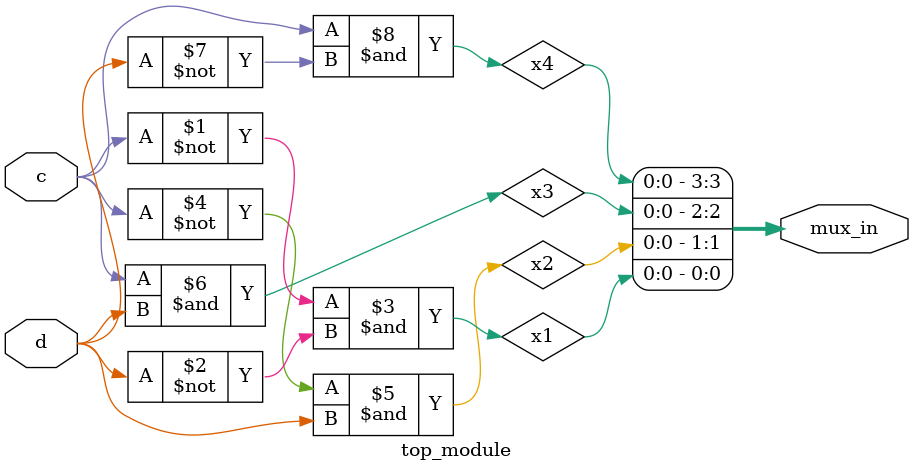
<source format=sv>
module top_module (
    input c,
    input d, 
    output [3:0] mux_in
);

wire x1, x2, x3, x4;

assign x1 = ~c & ~d;
assign x2 = ~c & d;
assign x3 = c & d;
assign x4 = c & ~d;

assign mux_in[0] = x1;
assign mux_in[1] = x2;
assign mux_in[2] = x3;
assign mux_in[3] = x4;

endmodule

</source>
